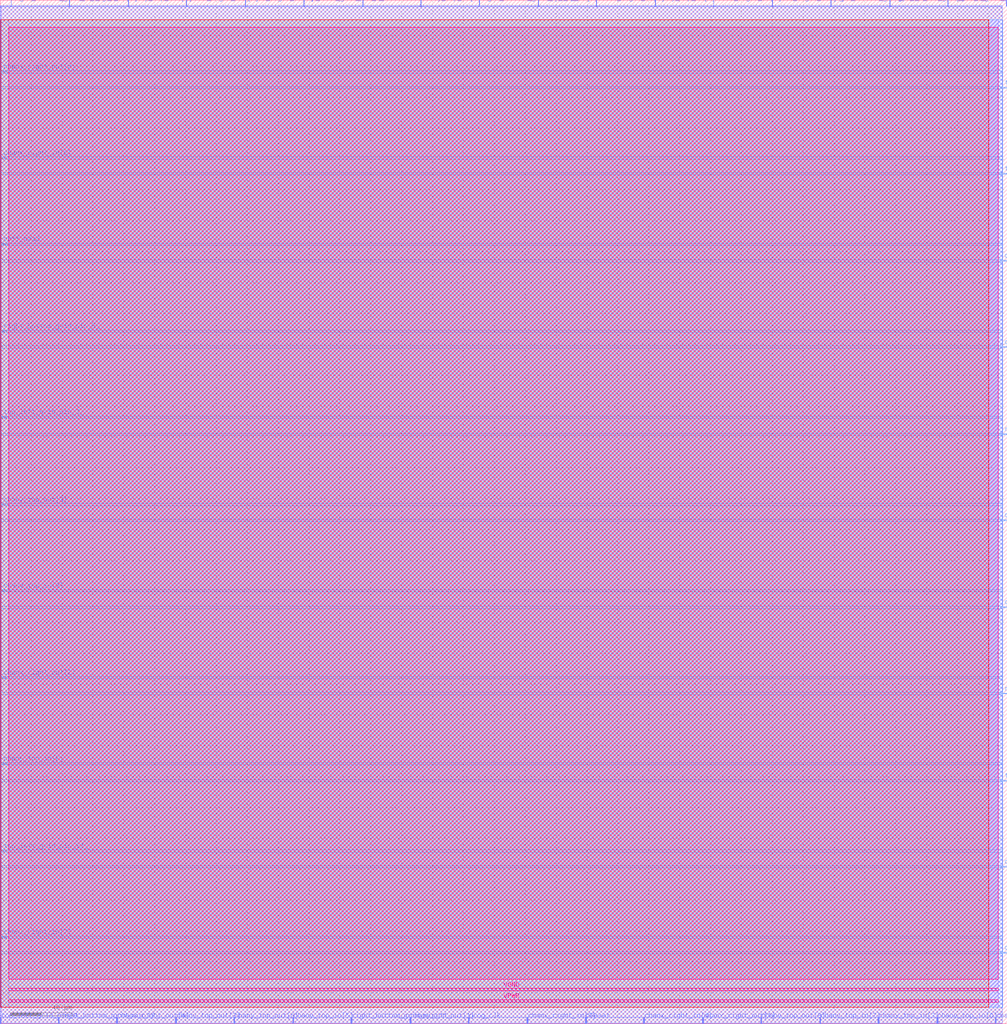
<source format=lef>
VERSION 5.7 ;
  NAMESCASESENSITIVE ON ;
  NOWIREEXTENSIONATPIN ON ;
  DIVIDERCHAR "/" ;
  BUSBITCHARS "[]" ;
UNITS
  DATABASE MICRONS 200 ;
END UNITS

MACRO sb_0__0_
  CLASS BLOCK ;
  FOREIGN sb_0__0_ ;
  ORIGIN 0.000 0.000 ;
  SIZE 652.150 BY 662.870 ;
  PIN ccff_head
    DIRECTION INPUT ;
    PORT
      LAYER met3 ;
        RECT 0.000 504.600 4.000 505.200 ;
    END
  END ccff_head
  PIN ccff_tail
    DIRECTION OUTPUT TRISTATE ;
    PORT
      LAYER met2 ;
        RECT 234.690 658.870 234.970 662.870 ;
    END
  END ccff_tail
  PIN chanx_right_in[0]
    DIRECTION INPUT ;
    PORT
      LAYER met2 ;
        RECT 158.790 658.870 159.070 662.870 ;
    END
  END chanx_right_in[0]
  PIN chanx_right_in[1]
    DIRECTION INPUT ;
    PORT
      LAYER met2 ;
        RECT 44.710 658.870 44.990 662.870 ;
    END
  END chanx_right_in[1]
  PIN chanx_right_in[2]
    DIRECTION INPUT ;
    PORT
      LAYER met2 ;
        RECT 461.930 658.870 462.210 662.870 ;
    END
  END chanx_right_in[2]
  PIN chanx_right_in[3]
    DIRECTION INPUT ;
    PORT
      LAYER met2 ;
        RECT 341.410 0.000 341.690 4.000 ;
    END
  END chanx_right_in[3]
  PIN chanx_right_in[4]
    DIRECTION INPUT ;
    PORT
      LAYER met2 ;
        RECT 416.850 0.000 417.130 4.000 ;
    END
  END chanx_right_in[4]
  PIN chanx_right_in[5]
    DIRECTION INPUT ;
    PORT
      LAYER met2 ;
        RECT 386.030 658.870 386.310 662.870 ;
    END
  END chanx_right_in[5]
  PIN chanx_right_in[6]
    DIRECTION INPUT ;
    PORT
      LAYER met3 ;
        RECT 0.000 560.360 4.000 560.960 ;
    END
  END chanx_right_in[6]
  PIN chanx_right_in[7]
    DIRECTION INPUT ;
    PORT
      LAYER met3 ;
        RECT 0.000 55.800 4.000 56.400 ;
    END
  END chanx_right_in[7]
  PIN chanx_right_in[8]
    DIRECTION INPUT ;
    PORT
      LAYER met3 ;
        RECT 648.150 269.320 652.150 269.920 ;
    END
  END chanx_right_in[8]
  PIN chanx_right_out[0]
    DIRECTION OUTPUT TRISTATE ;
    PORT
      LAYER met2 ;
        RECT 120.610 658.870 120.890 662.870 ;
    END
  END chanx_right_out[0]
  PIN chanx_right_out[1]
    DIRECTION OUTPUT TRISTATE ;
    PORT
      LAYER met2 ;
        RECT 455.030 0.000 455.310 4.000 ;
    END
  END chanx_right_out[1]
  PIN chanx_right_out[2]
    DIRECTION OUTPUT TRISTATE ;
    PORT
      LAYER met3 ;
        RECT 0.000 223.760 4.000 224.360 ;
    END
  END chanx_right_out[2]
  PIN chanx_right_out[3]
    DIRECTION OUTPUT TRISTATE ;
    PORT
      LAYER met2 ;
        RECT 500.110 658.870 500.390 662.870 ;
    END
  END chanx_right_out[3]
  PIN chanx_right_out[4]
    DIRECTION OUTPUT TRISTATE ;
    PORT
      LAYER met2 ;
        RECT 75.530 0.000 75.810 4.000 ;
    END
  END chanx_right_out[4]
  PIN chanx_right_out[5]
    DIRECTION OUTPUT TRISTATE ;
    PORT
      LAYER met2 ;
        RECT 644.550 0.000 644.830 4.000 ;
    END
  END chanx_right_out[5]
  PIN chanx_right_out[6]
    DIRECTION OUTPUT TRISTATE ;
    PORT
      LAYER met3 ;
        RECT 0.000 616.120 4.000 616.720 ;
    END
  END chanx_right_out[6]
  PIN chanx_right_out[7]
    DIRECTION OUTPUT TRISTATE ;
    PORT
      LAYER met3 ;
        RECT 648.150 101.360 652.150 101.960 ;
    END
  END chanx_right_out[7]
  PIN chanx_right_out[8]
    DIRECTION OUTPUT TRISTATE ;
    PORT
      LAYER met3 ;
        RECT 648.150 437.960 652.150 438.560 ;
    END
  END chanx_right_out[8]
  PIN chany_top_in[0]
    DIRECTION INPUT ;
    PORT
      LAYER met2 ;
        RECT 606.830 0.000 607.110 4.000 ;
    END
  END chany_top_in[0]
  PIN chany_top_in[1]
    DIRECTION INPUT ;
    PORT
      LAYER met2 ;
        RECT 272.410 658.870 272.690 662.870 ;
    END
  END chany_top_in[1]
  PIN chany_top_in[2]
    DIRECTION INPUT ;
    PORT
      LAYER met3 ;
        RECT 0.000 280.200 4.000 280.800 ;
    END
  END chany_top_in[2]
  PIN chany_top_in[3]
    DIRECTION INPUT ;
    PORT
      LAYER met2 ;
        RECT 568.650 0.000 568.930 4.000 ;
    END
  END chany_top_in[3]
  PIN chany_top_in[4]
    DIRECTION INPUT ;
    PORT
      LAYER met2 ;
        RECT 424.210 658.870 424.490 662.870 ;
    END
  END chany_top_in[4]
  PIN chany_top_in[5]
    DIRECTION INPUT ;
    PORT
      LAYER met2 ;
        RECT 189.610 0.000 189.890 4.000 ;
    END
  END chany_top_in[5]
  PIN chany_top_in[6]
    DIRECTION INPUT ;
    PORT
      LAYER met2 ;
        RECT 348.310 658.870 348.590 662.870 ;
    END
  END chany_top_in[6]
  PIN chany_top_in[7]
    DIRECTION INPUT ;
    PORT
      LAYER met2 ;
        RECT 530.930 0.000 531.210 4.000 ;
    END
  END chany_top_in[7]
  PIN chany_top_in[8]
    DIRECTION INPUT ;
    PORT
      LAYER met3 ;
        RECT 0.000 168.000 4.000 168.600 ;
    END
  END chany_top_in[8]
  PIN chany_top_out[0]
    DIRECTION OUTPUT TRISTATE ;
    PORT
      LAYER met2 ;
        RECT 82.890 658.870 83.170 662.870 ;
    END
  END chany_top_out[0]
  PIN chany_top_out[1]
    DIRECTION OUTPUT TRISTATE ;
    PORT
      LAYER met2 ;
        RECT 265.510 0.000 265.790 4.000 ;
    END
  END chany_top_out[1]
  PIN chany_top_out[2]
    DIRECTION OUTPUT TRISTATE ;
    PORT
      LAYER met3 ;
        RECT 648.150 325.760 652.150 326.360 ;
    END
  END chany_top_out[2]
  PIN chany_top_out[3]
    DIRECTION OUTPUT TRISTATE ;
    PORT
      LAYER met3 ;
        RECT 0.000 335.960 4.000 336.560 ;
    END
  END chany_top_out[3]
  PIN chany_top_out[4]
    DIRECTION OUTPUT TRISTATE ;
    PORT
      LAYER met3 ;
        RECT 648.150 493.720 652.150 494.320 ;
    END
  END chany_top_out[4]
  PIN chany_top_out[5]
    DIRECTION OUTPUT TRISTATE ;
    PORT
      LAYER met3 ;
        RECT 648.150 45.600 652.150 46.200 ;
    END
  END chany_top_out[5]
  PIN chany_top_out[6]
    DIRECTION OUTPUT TRISTATE ;
    PORT
      LAYER met2 ;
        RECT 151.430 0.000 151.710 4.000 ;
    END
  END chany_top_out[6]
  PIN chany_top_out[7]
    DIRECTION OUTPUT TRISTATE ;
    PORT
      LAYER met2 ;
        RECT 113.710 0.000 113.990 4.000 ;
    END
  END chany_top_out[7]
  PIN chany_top_out[8]
    DIRECTION OUTPUT TRISTATE ;
    PORT
      LAYER met2 ;
        RECT 492.750 0.000 493.030 4.000 ;
    END
  END chany_top_out[8]
  PIN pReset
    DIRECTION INPUT ;
    PORT
      LAYER met2 ;
        RECT 379.130 0.000 379.410 4.000 ;
    END
  END pReset
  PIN prog_clk
    DIRECTION INPUT ;
    PORT
      LAYER met2 ;
        RECT 303.230 0.000 303.510 4.000 ;
    END
  END prog_clk
  PIN right_bottom_grid_pin_11_
    DIRECTION INPUT ;
    PORT
      LAYER met2 ;
        RECT 227.330 0.000 227.610 4.000 ;
    END
  END right_bottom_grid_pin_11_
  PIN right_bottom_grid_pin_13_
    DIRECTION INPUT ;
    PORT
      LAYER met2 ;
        RECT 6.990 658.870 7.270 662.870 ;
    END
  END right_bottom_grid_pin_13_
  PIN right_bottom_grid_pin_15_
    DIRECTION INPUT ;
    PORT
      LAYER met2 ;
        RECT 37.810 0.000 38.090 4.000 ;
    END
  END right_bottom_grid_pin_15_
  PIN right_bottom_grid_pin_1_
    DIRECTION INPUT ;
    PORT
      LAYER met2 ;
        RECT 537.830 658.870 538.110 662.870 ;
    END
  END right_bottom_grid_pin_1_
  PIN right_bottom_grid_pin_3_
    DIRECTION INPUT ;
    PORT
      LAYER met3 ;
        RECT 648.150 213.560 652.150 214.160 ;
    END
  END right_bottom_grid_pin_3_
  PIN right_bottom_grid_pin_5_
    DIRECTION INPUT ;
    PORT
      LAYER met3 ;
        RECT 0.000 448.160 4.000 448.760 ;
    END
  END right_bottom_grid_pin_5_
  PIN right_bottom_grid_pin_7_
    DIRECTION INPUT ;
    PORT
      LAYER met2 ;
        RECT 310.130 658.870 310.410 662.870 ;
    END
  END right_bottom_grid_pin_7_
  PIN right_bottom_grid_pin_9_
    DIRECTION INPUT ;
    PORT
      LAYER met2 ;
        RECT 576.010 658.870 576.290 662.870 ;
    END
  END right_bottom_grid_pin_9_
  PIN right_top_grid_pin_10_
    DIRECTION INPUT ;
    PORT
      LAYER met3 ;
        RECT 648.150 381.520 652.150 382.120 ;
    END
  END right_top_grid_pin_10_
  PIN top_left_grid_pin_11_
    DIRECTION INPUT ;
    PORT
      LAYER met3 ;
        RECT 648.150 157.120 652.150 157.720 ;
    END
  END top_left_grid_pin_11_
  PIN top_left_grid_pin_13_
    DIRECTION INPUT ;
    PORT
      LAYER met3 ;
        RECT 0.000 111.560 4.000 112.160 ;
    END
  END top_left_grid_pin_13_
  PIN top_left_grid_pin_15_
    DIRECTION INPUT ;
    PORT
      LAYER met2 ;
        RECT 613.730 658.870 614.010 662.870 ;
    END
  END top_left_grid_pin_15_
  PIN top_left_grid_pin_1_
    DIRECTION INPUT ;
    PORT
      LAYER met2 ;
        RECT 651.450 658.870 651.730 662.870 ;
    END
  END top_left_grid_pin_1_
  PIN top_left_grid_pin_3_
    DIRECTION INPUT ;
    PORT
      LAYER met3 ;
        RECT 0.000 392.400 4.000 393.000 ;
    END
  END top_left_grid_pin_3_
  PIN top_left_grid_pin_5_
    DIRECTION INPUT ;
    PORT
      LAYER met2 ;
        RECT 196.510 658.870 196.790 662.870 ;
    END
  END top_left_grid_pin_5_
  PIN top_left_grid_pin_7_
    DIRECTION INPUT ;
    PORT
      LAYER met3 ;
        RECT 648.150 605.920 652.150 606.520 ;
    END
  END top_left_grid_pin_7_
  PIN top_left_grid_pin_9_
    DIRECTION INPUT ;
    PORT
      LAYER met2 ;
        RECT 0.090 0.000 0.370 4.000 ;
    END
  END top_left_grid_pin_9_
  PIN top_right_grid_pin_11_
    DIRECTION INPUT ;
    PORT
      LAYER met3 ;
        RECT 648.150 550.160 652.150 550.760 ;
    END
  END top_right_grid_pin_11_
  PIN VPWR
    DIRECTION INPUT ;
    USE POWER ;
    PORT
      LAYER met5 ;
        RECT 5.520 13.840 646.300 15.440 ;
    END
  END VPWR
  PIN VGND
    DIRECTION INPUT ;
    USE GROUND ;
    PORT
      LAYER met5 ;
        RECT 5.520 21.340 646.300 22.940 ;
    END
  END VGND
  OBS
      LAYER li1 ;
        RECT 5.520 10.795 646.300 650.165 ;
      LAYER met1 ;
        RECT 0.530 0.380 648.990 659.220 ;
      LAYER met2 ;
        RECT 0.090 658.590 6.710 659.330 ;
        RECT 7.550 658.590 44.430 659.330 ;
        RECT 45.270 658.590 82.610 659.330 ;
        RECT 83.450 658.590 120.330 659.330 ;
        RECT 121.170 658.590 158.510 659.330 ;
        RECT 159.350 658.590 196.230 659.330 ;
        RECT 197.070 658.590 234.410 659.330 ;
        RECT 235.250 658.590 272.130 659.330 ;
        RECT 272.970 658.590 309.850 659.330 ;
        RECT 310.690 658.590 348.030 659.330 ;
        RECT 348.870 658.590 385.750 659.330 ;
        RECT 386.590 658.590 423.930 659.330 ;
        RECT 424.770 658.590 461.650 659.330 ;
        RECT 462.490 658.590 499.830 659.330 ;
        RECT 500.670 658.590 537.550 659.330 ;
        RECT 538.390 658.590 575.730 659.330 ;
        RECT 576.570 658.590 613.450 659.330 ;
        RECT 614.290 658.590 648.970 659.330 ;
        RECT 0.090 4.280 648.970 658.590 ;
        RECT 0.650 0.270 37.530 4.280 ;
        RECT 38.370 0.270 75.250 4.280 ;
        RECT 76.090 0.270 113.430 4.280 ;
        RECT 114.270 0.270 151.150 4.280 ;
        RECT 151.990 0.270 189.330 4.280 ;
        RECT 190.170 0.270 227.050 4.280 ;
        RECT 227.890 0.270 265.230 4.280 ;
        RECT 266.070 0.270 302.950 4.280 ;
        RECT 303.790 0.270 341.130 4.280 ;
        RECT 341.970 0.270 378.850 4.280 ;
        RECT 379.690 0.270 416.570 4.280 ;
        RECT 417.410 0.270 454.750 4.280 ;
        RECT 455.590 0.270 492.470 4.280 ;
        RECT 493.310 0.270 530.650 4.280 ;
        RECT 531.490 0.270 568.370 4.280 ;
        RECT 569.210 0.270 606.550 4.280 ;
        RECT 607.390 0.270 644.270 4.280 ;
        RECT 645.110 0.270 648.970 4.280 ;
      LAYER met3 ;
        RECT 0.270 617.120 649.210 650.245 ;
        RECT 4.400 615.720 649.210 617.120 ;
        RECT 0.270 606.920 649.210 615.720 ;
        RECT 0.270 605.520 647.750 606.920 ;
        RECT 0.270 561.360 649.210 605.520 ;
        RECT 4.400 559.960 649.210 561.360 ;
        RECT 0.270 551.160 649.210 559.960 ;
        RECT 0.270 549.760 647.750 551.160 ;
        RECT 0.270 505.600 649.210 549.760 ;
        RECT 4.400 504.200 649.210 505.600 ;
        RECT 0.270 494.720 649.210 504.200 ;
        RECT 0.270 493.320 647.750 494.720 ;
        RECT 0.270 449.160 649.210 493.320 ;
        RECT 4.400 447.760 649.210 449.160 ;
        RECT 0.270 438.960 649.210 447.760 ;
        RECT 0.270 437.560 647.750 438.960 ;
        RECT 0.270 393.400 649.210 437.560 ;
        RECT 4.400 392.000 649.210 393.400 ;
        RECT 0.270 382.520 649.210 392.000 ;
        RECT 0.270 381.120 647.750 382.520 ;
        RECT 0.270 336.960 649.210 381.120 ;
        RECT 4.400 335.560 649.210 336.960 ;
        RECT 0.270 326.760 649.210 335.560 ;
        RECT 0.270 325.360 647.750 326.760 ;
        RECT 0.270 281.200 649.210 325.360 ;
        RECT 4.400 279.800 649.210 281.200 ;
        RECT 0.270 270.320 649.210 279.800 ;
        RECT 0.270 268.920 647.750 270.320 ;
        RECT 0.270 224.760 649.210 268.920 ;
        RECT 4.400 223.360 649.210 224.760 ;
        RECT 0.270 214.560 649.210 223.360 ;
        RECT 0.270 213.160 647.750 214.560 ;
        RECT 0.270 169.000 649.210 213.160 ;
        RECT 4.400 167.600 649.210 169.000 ;
        RECT 0.270 158.120 649.210 167.600 ;
        RECT 0.270 156.720 647.750 158.120 ;
        RECT 0.270 112.560 649.210 156.720 ;
        RECT 4.400 111.160 649.210 112.560 ;
        RECT 0.270 102.360 649.210 111.160 ;
        RECT 0.270 100.960 647.750 102.360 ;
        RECT 0.270 56.800 649.210 100.960 ;
        RECT 4.400 55.400 649.210 56.800 ;
        RECT 0.270 46.600 649.210 55.400 ;
        RECT 0.270 45.200 647.750 46.600 ;
        RECT 0.270 10.715 649.210 45.200 ;
      LAYER met4 ;
        RECT 0.295 10.640 640.320 650.320 ;
      LAYER met5 ;
        RECT 5.520 28.840 646.300 645.440 ;
  END
END sb_0__0_
END LIBRARY


</source>
